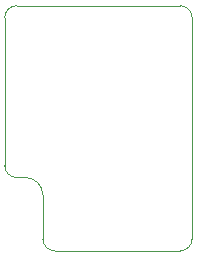
<source format=gm1>
%TF.GenerationSoftware,KiCad,Pcbnew,(5.1.2-1)-1*%
%TF.CreationDate,2020-12-17T20:50:41+01:00*%
%TF.ProjectId,snes_rgb_bypass_amp,736e6573-5f72-4676-925f-627970617373,3.2*%
%TF.SameCoordinates,Original*%
%TF.FileFunction,Profile,NP*%
%FSLAX46Y46*%
G04 Gerber Fmt 4.6, Leading zero omitted, Abs format (unit mm)*
G04 Created by KiCad (PCBNEW (5.1.2-1)-1) date 2020-12-17 20:50:41*
%MOMM*%
%LPD*%
G04 APERTURE LIST*
%ADD10C,0.010000*%
G04 APERTURE END LIST*
D10*
X155430000Y-94625000D02*
X141580000Y-94625000D01*
X144805000Y-115375000D02*
G75*
G02X143805000Y-114375000I0J1000000D01*
G01*
X141575000Y-109165000D02*
X142305000Y-109165000D01*
X156430000Y-114375000D02*
X156430000Y-95625000D01*
X141575000Y-109165000D02*
G75*
G02X140575000Y-108165000I0J1000000D01*
G01*
X144805000Y-115375000D02*
X155430000Y-115375000D01*
X156430000Y-114375000D02*
G75*
G02X155430000Y-115375000I-1000000J0D01*
G01*
X140575000Y-95625000D02*
X140575000Y-108165000D01*
X140575000Y-95625000D02*
G75*
G02X141575000Y-94625000I1000000J0D01*
G01*
X143805000Y-110665000D02*
X143805000Y-114375000D01*
X143805000Y-110665000D02*
G75*
G03X142305000Y-109165000I-1500000J0D01*
G01*
X155430000Y-94625000D02*
G75*
G02X156430000Y-95625000I0J-1000000D01*
G01*
M02*

</source>
